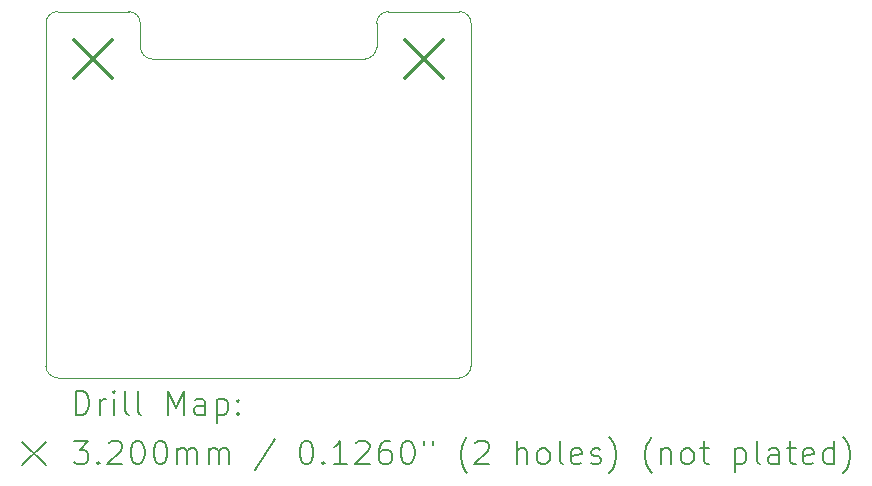
<source format=gbr>
%TF.GenerationSoftware,KiCad,Pcbnew,(6.0.10)*%
%TF.CreationDate,2024-02-10T14:34:57+01:00*%
%TF.ProjectId,TMC6300_HAL,544d4336-3330-4305-9f48-414c2e6b6963,rev?*%
%TF.SameCoordinates,Original*%
%TF.FileFunction,Drillmap*%
%TF.FilePolarity,Positive*%
%FSLAX45Y45*%
G04 Gerber Fmt 4.5, Leading zero omitted, Abs format (unit mm)*
G04 Created by KiCad (PCBNEW (6.0.10)) date 2024-02-10 14:34:57*
%MOMM*%
%LPD*%
G01*
G04 APERTURE LIST*
%ADD10C,0.050000*%
%ADD11C,0.200000*%
%ADD12C,0.320000*%
G04 APERTURE END LIST*
D10*
X21400000Y-5300000D02*
X20800000Y-5300000D01*
X21500000Y-5600000D02*
X21500000Y-5400000D01*
X23400000Y-5700000D02*
X21600000Y-5700000D01*
X23600000Y-5300000D02*
X23700000Y-5300000D01*
X23500000Y-5600000D02*
X23500000Y-5400000D01*
X23400000Y-5700000D02*
G75*
G03*
X23500000Y-5600000I0J100000D01*
G01*
X21500000Y-5600000D02*
G75*
G03*
X21600000Y-5700000I100000J0D01*
G01*
X21500000Y-5400000D02*
G75*
G03*
X21400000Y-5300000I-100000J0D01*
G01*
X23600000Y-5300000D02*
G75*
G03*
X23500000Y-5400000I0J-100000D01*
G01*
X24200000Y-8400000D02*
G75*
G03*
X24300000Y-8300000I0J100000D01*
G01*
X20700000Y-8300000D02*
G75*
G03*
X20800000Y-8400000I100000J0D01*
G01*
X24300000Y-5400000D02*
G75*
G03*
X24200000Y-5300000I-100000J0D01*
G01*
X20800000Y-5300000D02*
G75*
G03*
X20700000Y-5400000I0J-100000D01*
G01*
X24200000Y-5300000D02*
X23700000Y-5300000D01*
X24300000Y-8300000D02*
X24300000Y-5400000D01*
X20700000Y-5400000D02*
X20700000Y-8300000D01*
X20800000Y-8400000D02*
X24200000Y-8400000D01*
D11*
D12*
X20940000Y-5540000D02*
X21260000Y-5860000D01*
X21260000Y-5540000D02*
X20940000Y-5860000D01*
X23740000Y-5540000D02*
X24060000Y-5860000D01*
X24060000Y-5540000D02*
X23740000Y-5860000D01*
D11*
X20955119Y-8712976D02*
X20955119Y-8512976D01*
X21002738Y-8512976D01*
X21031310Y-8522500D01*
X21050357Y-8541548D01*
X21059881Y-8560595D01*
X21069405Y-8598690D01*
X21069405Y-8627262D01*
X21059881Y-8665357D01*
X21050357Y-8684405D01*
X21031310Y-8703452D01*
X21002738Y-8712976D01*
X20955119Y-8712976D01*
X21155119Y-8712976D02*
X21155119Y-8579643D01*
X21155119Y-8617738D02*
X21164643Y-8598690D01*
X21174167Y-8589167D01*
X21193214Y-8579643D01*
X21212262Y-8579643D01*
X21278929Y-8712976D02*
X21278929Y-8579643D01*
X21278929Y-8512976D02*
X21269405Y-8522500D01*
X21278929Y-8532024D01*
X21288452Y-8522500D01*
X21278929Y-8512976D01*
X21278929Y-8532024D01*
X21402738Y-8712976D02*
X21383690Y-8703452D01*
X21374167Y-8684405D01*
X21374167Y-8512976D01*
X21507500Y-8712976D02*
X21488452Y-8703452D01*
X21478929Y-8684405D01*
X21478929Y-8512976D01*
X21736071Y-8712976D02*
X21736071Y-8512976D01*
X21802738Y-8655833D01*
X21869405Y-8512976D01*
X21869405Y-8712976D01*
X22050357Y-8712976D02*
X22050357Y-8608214D01*
X22040833Y-8589167D01*
X22021786Y-8579643D01*
X21983690Y-8579643D01*
X21964643Y-8589167D01*
X22050357Y-8703452D02*
X22031310Y-8712976D01*
X21983690Y-8712976D01*
X21964643Y-8703452D01*
X21955119Y-8684405D01*
X21955119Y-8665357D01*
X21964643Y-8646310D01*
X21983690Y-8636786D01*
X22031310Y-8636786D01*
X22050357Y-8627262D01*
X22145595Y-8579643D02*
X22145595Y-8779643D01*
X22145595Y-8589167D02*
X22164643Y-8579643D01*
X22202738Y-8579643D01*
X22221786Y-8589167D01*
X22231310Y-8598690D01*
X22240833Y-8617738D01*
X22240833Y-8674881D01*
X22231310Y-8693929D01*
X22221786Y-8703452D01*
X22202738Y-8712976D01*
X22164643Y-8712976D01*
X22145595Y-8703452D01*
X22326548Y-8693929D02*
X22336071Y-8703452D01*
X22326548Y-8712976D01*
X22317024Y-8703452D01*
X22326548Y-8693929D01*
X22326548Y-8712976D01*
X22326548Y-8589167D02*
X22336071Y-8598690D01*
X22326548Y-8608214D01*
X22317024Y-8598690D01*
X22326548Y-8589167D01*
X22326548Y-8608214D01*
X20497500Y-8942500D02*
X20697500Y-9142500D01*
X20697500Y-8942500D02*
X20497500Y-9142500D01*
X20936071Y-8932976D02*
X21059881Y-8932976D01*
X20993214Y-9009167D01*
X21021786Y-9009167D01*
X21040833Y-9018690D01*
X21050357Y-9028214D01*
X21059881Y-9047262D01*
X21059881Y-9094881D01*
X21050357Y-9113929D01*
X21040833Y-9123452D01*
X21021786Y-9132976D01*
X20964643Y-9132976D01*
X20945595Y-9123452D01*
X20936071Y-9113929D01*
X21145595Y-9113929D02*
X21155119Y-9123452D01*
X21145595Y-9132976D01*
X21136071Y-9123452D01*
X21145595Y-9113929D01*
X21145595Y-9132976D01*
X21231310Y-8952024D02*
X21240833Y-8942500D01*
X21259881Y-8932976D01*
X21307500Y-8932976D01*
X21326548Y-8942500D01*
X21336071Y-8952024D01*
X21345595Y-8971071D01*
X21345595Y-8990119D01*
X21336071Y-9018690D01*
X21221786Y-9132976D01*
X21345595Y-9132976D01*
X21469405Y-8932976D02*
X21488452Y-8932976D01*
X21507500Y-8942500D01*
X21517024Y-8952024D01*
X21526548Y-8971071D01*
X21536071Y-9009167D01*
X21536071Y-9056786D01*
X21526548Y-9094881D01*
X21517024Y-9113929D01*
X21507500Y-9123452D01*
X21488452Y-9132976D01*
X21469405Y-9132976D01*
X21450357Y-9123452D01*
X21440833Y-9113929D01*
X21431310Y-9094881D01*
X21421786Y-9056786D01*
X21421786Y-9009167D01*
X21431310Y-8971071D01*
X21440833Y-8952024D01*
X21450357Y-8942500D01*
X21469405Y-8932976D01*
X21659881Y-8932976D02*
X21678929Y-8932976D01*
X21697976Y-8942500D01*
X21707500Y-8952024D01*
X21717024Y-8971071D01*
X21726548Y-9009167D01*
X21726548Y-9056786D01*
X21717024Y-9094881D01*
X21707500Y-9113929D01*
X21697976Y-9123452D01*
X21678929Y-9132976D01*
X21659881Y-9132976D01*
X21640833Y-9123452D01*
X21631310Y-9113929D01*
X21621786Y-9094881D01*
X21612262Y-9056786D01*
X21612262Y-9009167D01*
X21621786Y-8971071D01*
X21631310Y-8952024D01*
X21640833Y-8942500D01*
X21659881Y-8932976D01*
X21812262Y-9132976D02*
X21812262Y-8999643D01*
X21812262Y-9018690D02*
X21821786Y-9009167D01*
X21840833Y-8999643D01*
X21869405Y-8999643D01*
X21888452Y-9009167D01*
X21897976Y-9028214D01*
X21897976Y-9132976D01*
X21897976Y-9028214D02*
X21907500Y-9009167D01*
X21926548Y-8999643D01*
X21955119Y-8999643D01*
X21974167Y-9009167D01*
X21983690Y-9028214D01*
X21983690Y-9132976D01*
X22078929Y-9132976D02*
X22078929Y-8999643D01*
X22078929Y-9018690D02*
X22088452Y-9009167D01*
X22107500Y-8999643D01*
X22136071Y-8999643D01*
X22155119Y-9009167D01*
X22164643Y-9028214D01*
X22164643Y-9132976D01*
X22164643Y-9028214D02*
X22174167Y-9009167D01*
X22193214Y-8999643D01*
X22221786Y-8999643D01*
X22240833Y-9009167D01*
X22250357Y-9028214D01*
X22250357Y-9132976D01*
X22640833Y-8923452D02*
X22469405Y-9180595D01*
X22897976Y-8932976D02*
X22917024Y-8932976D01*
X22936071Y-8942500D01*
X22945595Y-8952024D01*
X22955119Y-8971071D01*
X22964643Y-9009167D01*
X22964643Y-9056786D01*
X22955119Y-9094881D01*
X22945595Y-9113929D01*
X22936071Y-9123452D01*
X22917024Y-9132976D01*
X22897976Y-9132976D01*
X22878928Y-9123452D01*
X22869405Y-9113929D01*
X22859881Y-9094881D01*
X22850357Y-9056786D01*
X22850357Y-9009167D01*
X22859881Y-8971071D01*
X22869405Y-8952024D01*
X22878928Y-8942500D01*
X22897976Y-8932976D01*
X23050357Y-9113929D02*
X23059881Y-9123452D01*
X23050357Y-9132976D01*
X23040833Y-9123452D01*
X23050357Y-9113929D01*
X23050357Y-9132976D01*
X23250357Y-9132976D02*
X23136071Y-9132976D01*
X23193214Y-9132976D02*
X23193214Y-8932976D01*
X23174167Y-8961548D01*
X23155119Y-8980595D01*
X23136071Y-8990119D01*
X23326548Y-8952024D02*
X23336071Y-8942500D01*
X23355119Y-8932976D01*
X23402738Y-8932976D01*
X23421786Y-8942500D01*
X23431309Y-8952024D01*
X23440833Y-8971071D01*
X23440833Y-8990119D01*
X23431309Y-9018690D01*
X23317024Y-9132976D01*
X23440833Y-9132976D01*
X23612262Y-8932976D02*
X23574167Y-8932976D01*
X23555119Y-8942500D01*
X23545595Y-8952024D01*
X23526548Y-8980595D01*
X23517024Y-9018690D01*
X23517024Y-9094881D01*
X23526548Y-9113929D01*
X23536071Y-9123452D01*
X23555119Y-9132976D01*
X23593214Y-9132976D01*
X23612262Y-9123452D01*
X23621786Y-9113929D01*
X23631309Y-9094881D01*
X23631309Y-9047262D01*
X23621786Y-9028214D01*
X23612262Y-9018690D01*
X23593214Y-9009167D01*
X23555119Y-9009167D01*
X23536071Y-9018690D01*
X23526548Y-9028214D01*
X23517024Y-9047262D01*
X23755119Y-8932976D02*
X23774167Y-8932976D01*
X23793214Y-8942500D01*
X23802738Y-8952024D01*
X23812262Y-8971071D01*
X23821786Y-9009167D01*
X23821786Y-9056786D01*
X23812262Y-9094881D01*
X23802738Y-9113929D01*
X23793214Y-9123452D01*
X23774167Y-9132976D01*
X23755119Y-9132976D01*
X23736071Y-9123452D01*
X23726548Y-9113929D01*
X23717024Y-9094881D01*
X23707500Y-9056786D01*
X23707500Y-9009167D01*
X23717024Y-8971071D01*
X23726548Y-8952024D01*
X23736071Y-8942500D01*
X23755119Y-8932976D01*
X23897976Y-8932976D02*
X23897976Y-8971071D01*
X23974167Y-8932976D02*
X23974167Y-8971071D01*
X24269405Y-9209167D02*
X24259881Y-9199643D01*
X24240833Y-9171071D01*
X24231309Y-9152024D01*
X24221786Y-9123452D01*
X24212262Y-9075833D01*
X24212262Y-9037738D01*
X24221786Y-8990119D01*
X24231309Y-8961548D01*
X24240833Y-8942500D01*
X24259881Y-8913929D01*
X24269405Y-8904405D01*
X24336071Y-8952024D02*
X24345595Y-8942500D01*
X24364643Y-8932976D01*
X24412262Y-8932976D01*
X24431309Y-8942500D01*
X24440833Y-8952024D01*
X24450357Y-8971071D01*
X24450357Y-8990119D01*
X24440833Y-9018690D01*
X24326548Y-9132976D01*
X24450357Y-9132976D01*
X24688452Y-9132976D02*
X24688452Y-8932976D01*
X24774167Y-9132976D02*
X24774167Y-9028214D01*
X24764643Y-9009167D01*
X24745595Y-8999643D01*
X24717024Y-8999643D01*
X24697976Y-9009167D01*
X24688452Y-9018690D01*
X24897976Y-9132976D02*
X24878928Y-9123452D01*
X24869405Y-9113929D01*
X24859881Y-9094881D01*
X24859881Y-9037738D01*
X24869405Y-9018690D01*
X24878928Y-9009167D01*
X24897976Y-8999643D01*
X24926548Y-8999643D01*
X24945595Y-9009167D01*
X24955119Y-9018690D01*
X24964643Y-9037738D01*
X24964643Y-9094881D01*
X24955119Y-9113929D01*
X24945595Y-9123452D01*
X24926548Y-9132976D01*
X24897976Y-9132976D01*
X25078928Y-9132976D02*
X25059881Y-9123452D01*
X25050357Y-9104405D01*
X25050357Y-8932976D01*
X25231309Y-9123452D02*
X25212262Y-9132976D01*
X25174167Y-9132976D01*
X25155119Y-9123452D01*
X25145595Y-9104405D01*
X25145595Y-9028214D01*
X25155119Y-9009167D01*
X25174167Y-8999643D01*
X25212262Y-8999643D01*
X25231309Y-9009167D01*
X25240833Y-9028214D01*
X25240833Y-9047262D01*
X25145595Y-9066310D01*
X25317024Y-9123452D02*
X25336071Y-9132976D01*
X25374167Y-9132976D01*
X25393214Y-9123452D01*
X25402738Y-9104405D01*
X25402738Y-9094881D01*
X25393214Y-9075833D01*
X25374167Y-9066310D01*
X25345595Y-9066310D01*
X25326548Y-9056786D01*
X25317024Y-9037738D01*
X25317024Y-9028214D01*
X25326548Y-9009167D01*
X25345595Y-8999643D01*
X25374167Y-8999643D01*
X25393214Y-9009167D01*
X25469405Y-9209167D02*
X25478928Y-9199643D01*
X25497976Y-9171071D01*
X25507500Y-9152024D01*
X25517024Y-9123452D01*
X25526548Y-9075833D01*
X25526548Y-9037738D01*
X25517024Y-8990119D01*
X25507500Y-8961548D01*
X25497976Y-8942500D01*
X25478928Y-8913929D01*
X25469405Y-8904405D01*
X25831309Y-9209167D02*
X25821786Y-9199643D01*
X25802738Y-9171071D01*
X25793214Y-9152024D01*
X25783690Y-9123452D01*
X25774167Y-9075833D01*
X25774167Y-9037738D01*
X25783690Y-8990119D01*
X25793214Y-8961548D01*
X25802738Y-8942500D01*
X25821786Y-8913929D01*
X25831309Y-8904405D01*
X25907500Y-8999643D02*
X25907500Y-9132976D01*
X25907500Y-9018690D02*
X25917024Y-9009167D01*
X25936071Y-8999643D01*
X25964643Y-8999643D01*
X25983690Y-9009167D01*
X25993214Y-9028214D01*
X25993214Y-9132976D01*
X26117024Y-9132976D02*
X26097976Y-9123452D01*
X26088452Y-9113929D01*
X26078928Y-9094881D01*
X26078928Y-9037738D01*
X26088452Y-9018690D01*
X26097976Y-9009167D01*
X26117024Y-8999643D01*
X26145595Y-8999643D01*
X26164643Y-9009167D01*
X26174167Y-9018690D01*
X26183690Y-9037738D01*
X26183690Y-9094881D01*
X26174167Y-9113929D01*
X26164643Y-9123452D01*
X26145595Y-9132976D01*
X26117024Y-9132976D01*
X26240833Y-8999643D02*
X26317024Y-8999643D01*
X26269405Y-8932976D02*
X26269405Y-9104405D01*
X26278928Y-9123452D01*
X26297976Y-9132976D01*
X26317024Y-9132976D01*
X26536071Y-8999643D02*
X26536071Y-9199643D01*
X26536071Y-9009167D02*
X26555119Y-8999643D01*
X26593214Y-8999643D01*
X26612262Y-9009167D01*
X26621786Y-9018690D01*
X26631309Y-9037738D01*
X26631309Y-9094881D01*
X26621786Y-9113929D01*
X26612262Y-9123452D01*
X26593214Y-9132976D01*
X26555119Y-9132976D01*
X26536071Y-9123452D01*
X26745595Y-9132976D02*
X26726548Y-9123452D01*
X26717024Y-9104405D01*
X26717024Y-8932976D01*
X26907500Y-9132976D02*
X26907500Y-9028214D01*
X26897976Y-9009167D01*
X26878928Y-8999643D01*
X26840833Y-8999643D01*
X26821786Y-9009167D01*
X26907500Y-9123452D02*
X26888452Y-9132976D01*
X26840833Y-9132976D01*
X26821786Y-9123452D01*
X26812262Y-9104405D01*
X26812262Y-9085357D01*
X26821786Y-9066310D01*
X26840833Y-9056786D01*
X26888452Y-9056786D01*
X26907500Y-9047262D01*
X26974167Y-8999643D02*
X27050357Y-8999643D01*
X27002738Y-8932976D02*
X27002738Y-9104405D01*
X27012262Y-9123452D01*
X27031309Y-9132976D01*
X27050357Y-9132976D01*
X27193214Y-9123452D02*
X27174167Y-9132976D01*
X27136071Y-9132976D01*
X27117024Y-9123452D01*
X27107500Y-9104405D01*
X27107500Y-9028214D01*
X27117024Y-9009167D01*
X27136071Y-8999643D01*
X27174167Y-8999643D01*
X27193214Y-9009167D01*
X27202738Y-9028214D01*
X27202738Y-9047262D01*
X27107500Y-9066310D01*
X27374167Y-9132976D02*
X27374167Y-8932976D01*
X27374167Y-9123452D02*
X27355119Y-9132976D01*
X27317024Y-9132976D01*
X27297976Y-9123452D01*
X27288452Y-9113929D01*
X27278928Y-9094881D01*
X27278928Y-9037738D01*
X27288452Y-9018690D01*
X27297976Y-9009167D01*
X27317024Y-8999643D01*
X27355119Y-8999643D01*
X27374167Y-9009167D01*
X27450357Y-9209167D02*
X27459881Y-9199643D01*
X27478928Y-9171071D01*
X27488452Y-9152024D01*
X27497976Y-9123452D01*
X27507500Y-9075833D01*
X27507500Y-9037738D01*
X27497976Y-8990119D01*
X27488452Y-8961548D01*
X27478928Y-8942500D01*
X27459881Y-8913929D01*
X27450357Y-8904405D01*
M02*

</source>
